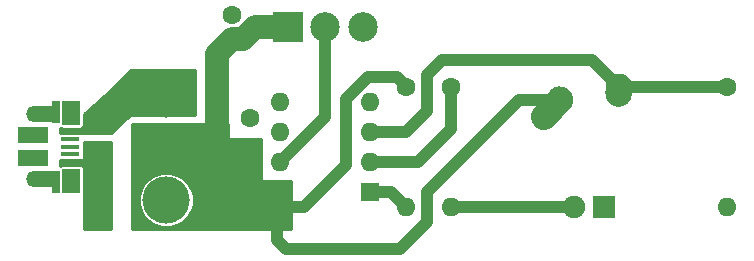
<source format=gbr>
G04 #@! TF.GenerationSoftware,KiCad,Pcbnew,(5.1.8-0-10_14)*
G04 #@! TF.CreationDate,2020-12-18T18:08:01+11:00*
G04 #@! TF.ProjectId,WS2812B_Controller_Board,57533238-3132-4425-9f43-6f6e74726f6c,rev?*
G04 #@! TF.SameCoordinates,Original*
G04 #@! TF.FileFunction,Copper,L1,Top*
G04 #@! TF.FilePolarity,Positive*
%FSLAX46Y46*%
G04 Gerber Fmt 4.6, Leading zero omitted, Abs format (unit mm)*
G04 Created by KiCad (PCBNEW (5.1.8-0-10_14)) date 2020-12-18 18:08:01*
%MOMM*%
%LPD*%
G01*
G04 APERTURE LIST*
G04 #@! TA.AperFunction,ComponentPad*
%ADD10C,1.600000*%
G04 #@! TD*
G04 #@! TA.AperFunction,ComponentPad*
%ADD11O,1.600000X1.600000*%
G04 #@! TD*
G04 #@! TA.AperFunction,ComponentPad*
%ADD12R,1.600000X1.600000*%
G04 #@! TD*
G04 #@! TA.AperFunction,ComponentPad*
%ADD13C,4.000000*%
G04 #@! TD*
G04 #@! TA.AperFunction,ComponentPad*
%ADD14R,1.905000X1.905000*%
G04 #@! TD*
G04 #@! TA.AperFunction,ComponentPad*
%ADD15C,1.905000*%
G04 #@! TD*
G04 #@! TA.AperFunction,ComponentPad*
%ADD16C,2.250000*%
G04 #@! TD*
G04 #@! TA.AperFunction,ComponentPad*
%ADD17R,2.499360X2.499360*%
G04 #@! TD*
G04 #@! TA.AperFunction,ComponentPad*
%ADD18C,2.499360*%
G04 #@! TD*
G04 #@! TA.AperFunction,SMDPad,CuDef*
%ADD19R,2.500000X1.430000*%
G04 #@! TD*
G04 #@! TA.AperFunction,ComponentPad*
%ADD20O,1.700000X1.350000*%
G04 #@! TD*
G04 #@! TA.AperFunction,ComponentPad*
%ADD21O,1.500000X1.100000*%
G04 #@! TD*
G04 #@! TA.AperFunction,SMDPad,CuDef*
%ADD22R,1.650000X0.400000*%
G04 #@! TD*
G04 #@! TA.AperFunction,SMDPad,CuDef*
%ADD23R,1.500000X2.000000*%
G04 #@! TD*
G04 #@! TA.AperFunction,SMDPad,CuDef*
%ADD24R,0.700000X1.825000*%
G04 #@! TD*
G04 #@! TA.AperFunction,SMDPad,CuDef*
%ADD25R,2.000000X1.350000*%
G04 #@! TD*
G04 #@! TA.AperFunction,ViaPad*
%ADD26C,1.200000*%
G04 #@! TD*
G04 #@! TA.AperFunction,Conductor*
%ADD27C,2.000000*%
G04 #@! TD*
G04 #@! TA.AperFunction,Conductor*
%ADD28C,1.000000*%
G04 #@! TD*
G04 #@! TA.AperFunction,Conductor*
%ADD29C,0.254000*%
G04 #@! TD*
G04 #@! TA.AperFunction,Conductor*
%ADD30C,0.100000*%
G04 #@! TD*
G04 APERTURE END LIST*
D10*
X171450000Y-90170000D03*
D11*
X171450000Y-100330000D03*
X148082000Y-100330000D03*
D10*
X148082000Y-90170000D03*
D12*
X141224000Y-99060000D03*
D11*
X133604000Y-91440000D03*
X141224000Y-96520000D03*
X133604000Y-93980000D03*
X141224000Y-93980000D03*
X133604000Y-96520000D03*
X141224000Y-91440000D03*
X133604000Y-99060000D03*
D13*
X123952000Y-99750000D03*
X123952000Y-95250000D03*
X123952000Y-90750000D03*
D11*
X144272000Y-100330000D03*
D10*
X144272000Y-90170000D03*
D14*
X161036000Y-100330000D03*
D15*
X158496000Y-100330000D03*
D16*
X157266000Y-91250000D03*
G04 #@! TA.AperFunction,ComponentPad*
G36*
G01*
X155204688Y-93547350D02*
X155204683Y-93547345D01*
G75*
G02*
X155118655Y-91958683I751317J837345D01*
G01*
X156428657Y-90498683D01*
G75*
G02*
X158017319Y-90412655I837345J-751317D01*
G01*
X158017319Y-90412655D01*
G75*
G02*
X158103347Y-92001317I-751317J-837345D01*
G01*
X156793345Y-93461317D01*
G75*
G02*
X155204683Y-93547345I-837345J751317D01*
G01*
G37*
G04 #@! TD.AperFunction*
X162306000Y-90170000D03*
G04 #@! TA.AperFunction,ComponentPad*
G36*
G01*
X162189483Y-91872395D02*
X162188597Y-91872334D01*
G75*
G02*
X161143666Y-90672597I77403J1122334D01*
G01*
X161183666Y-90092597D01*
G75*
G02*
X162383403Y-89047666I1122334J-77403D01*
G01*
X162383403Y-89047666D01*
G75*
G02*
X163428334Y-90247403I-77403J-1122334D01*
G01*
X163388334Y-90827403D01*
G75*
G02*
X162188597Y-91872334I-1122334J77403D01*
G01*
G37*
G04 #@! TD.AperFunction*
D17*
X134239000Y-85090000D03*
D18*
X137414000Y-85090000D03*
X140589000Y-85090000D03*
D19*
X112661000Y-96185000D03*
X112661000Y-94265000D03*
D20*
X112931000Y-97955000D03*
X112931000Y-92495000D03*
D21*
X115931000Y-97645000D03*
X115931000Y-92805000D03*
D22*
X115811000Y-96525000D03*
X115811000Y-95875000D03*
X115811000Y-95225000D03*
X115811000Y-94575000D03*
X115811000Y-93925000D03*
D23*
X115931000Y-98125000D03*
X115911000Y-92375000D03*
D24*
X114611000Y-98225000D03*
X114611000Y-92275000D03*
D25*
X113861000Y-92495000D03*
X113861000Y-97975000D03*
D10*
X129540000Y-84106000D03*
X129540000Y-86106000D03*
X131064000Y-92790000D03*
X131064000Y-97790000D03*
D26*
X118110000Y-95758000D03*
X118110000Y-101346000D03*
X118110000Y-98552000D03*
D27*
X131516002Y-85090000D02*
X130500001Y-86106001D01*
X134239000Y-85090000D02*
X131516002Y-85090000D01*
X130500001Y-86106001D02*
X129540001Y-86106001D01*
X129540001Y-86106001D02*
X128270000Y-87376002D01*
X128270000Y-87376002D02*
X128270000Y-93472000D01*
D28*
X135636000Y-100330000D02*
X134112000Y-100330000D01*
X139192000Y-91186000D02*
X139192000Y-96774000D01*
X141007999Y-89370001D02*
X139192000Y-91186000D01*
X143472001Y-89370001D02*
X141007999Y-89370001D01*
X139192000Y-96774000D02*
X135636000Y-100330000D01*
X144272000Y-90170000D02*
X143472001Y-89370001D01*
X133350000Y-103124000D02*
X133350000Y-101346000D01*
X143764000Y-103886000D02*
X134112000Y-103886000D01*
X146050000Y-99060000D02*
X146050000Y-101600000D01*
X146050000Y-101600000D02*
X143764000Y-103886000D01*
X134112000Y-103886000D02*
X133350000Y-103124000D01*
X153860000Y-91250000D02*
X146050000Y-99060000D01*
X157266000Y-91250000D02*
X153860000Y-91250000D01*
X137414000Y-92710000D02*
X137414000Y-85090000D01*
X133604000Y-96520000D02*
X137414000Y-92710000D01*
X148082000Y-100330000D02*
X158496000Y-100330000D01*
X171450000Y-90170000D02*
X162306000Y-90170000D01*
X161181001Y-89045001D02*
X162306000Y-90170000D01*
X160020000Y-87884000D02*
X161181001Y-89045001D01*
X141224000Y-93980000D02*
X144272000Y-93980000D01*
X146050000Y-89154000D02*
X147320000Y-87884000D01*
X144272000Y-93980000D02*
X146050000Y-92202000D01*
X147320000Y-87884000D02*
X160020000Y-87884000D01*
X146050000Y-92202000D02*
X146050000Y-89154000D01*
X141224000Y-99060000D02*
X143002000Y-99060000D01*
X143002000Y-99060000D02*
X144272000Y-100330000D01*
X148082000Y-93726000D02*
X148082000Y-90170000D01*
X145288000Y-96520000D02*
X148082000Y-93726000D01*
X141224000Y-96520000D02*
X145288000Y-96520000D01*
D29*
X126365000Y-92583000D02*
X120904000Y-92583000D01*
X120879224Y-92585440D01*
X120855399Y-92592667D01*
X120833443Y-92604403D01*
X120814197Y-92620197D01*
X119327394Y-94107000D01*
X116824894Y-94107000D01*
X116818550Y-94101794D01*
X116761743Y-94071430D01*
X116700103Y-94052732D01*
X116636000Y-94046418D01*
X114986000Y-94046418D01*
X114935000Y-94051441D01*
X114935000Y-93612548D01*
X114978450Y-93648206D01*
X115035257Y-93678570D01*
X115096897Y-93697268D01*
X115161000Y-93703582D01*
X116661000Y-93703582D01*
X116725103Y-93697268D01*
X116786743Y-93678570D01*
X116843550Y-93648206D01*
X116893343Y-93607343D01*
X116934206Y-93557550D01*
X116935911Y-93554360D01*
X116945597Y-93542557D01*
X116957333Y-93520601D01*
X116961765Y-93505992D01*
X116964570Y-93500743D01*
X116983268Y-93439103D01*
X116989582Y-93375000D01*
X116989582Y-92995805D01*
X116995310Y-92976922D01*
X117012243Y-92805000D01*
X116995310Y-92633078D01*
X116989582Y-92614195D01*
X116989582Y-92492237D01*
X119464959Y-90264398D01*
X119469803Y-90259803D01*
X120956606Y-88773000D01*
X126365000Y-88773000D01*
X126365000Y-92583000D01*
G04 #@! TA.AperFunction,Conductor*
D30*
G36*
X126365000Y-92583000D02*
G01*
X120904000Y-92583000D01*
X120879224Y-92585440D01*
X120855399Y-92592667D01*
X120833443Y-92604403D01*
X120814197Y-92620197D01*
X119327394Y-94107000D01*
X116824894Y-94107000D01*
X116818550Y-94101794D01*
X116761743Y-94071430D01*
X116700103Y-94052732D01*
X116636000Y-94046418D01*
X114986000Y-94046418D01*
X114935000Y-94051441D01*
X114935000Y-93612548D01*
X114978450Y-93648206D01*
X115035257Y-93678570D01*
X115096897Y-93697268D01*
X115161000Y-93703582D01*
X116661000Y-93703582D01*
X116725103Y-93697268D01*
X116786743Y-93678570D01*
X116843550Y-93648206D01*
X116893343Y-93607343D01*
X116934206Y-93557550D01*
X116935911Y-93554360D01*
X116945597Y-93542557D01*
X116957333Y-93520601D01*
X116961765Y-93505992D01*
X116964570Y-93500743D01*
X116983268Y-93439103D01*
X116989582Y-93375000D01*
X116989582Y-92995805D01*
X116995310Y-92976922D01*
X117012243Y-92805000D01*
X116995310Y-92633078D01*
X116989582Y-92614195D01*
X116989582Y-92492237D01*
X119464959Y-90264398D01*
X119469803Y-90259803D01*
X120956606Y-88773000D01*
X126365000Y-88773000D01*
X126365000Y-92583000D01*
G37*
G04 #@! TD.AperFunction*
D29*
X129159000Y-94488000D02*
X129161440Y-94512776D01*
X129168667Y-94536601D01*
X129180403Y-94558557D01*
X129196197Y-94577803D01*
X129215443Y-94593597D01*
X129237399Y-94605333D01*
X129261224Y-94612560D01*
X129286000Y-94615000D01*
X131953000Y-94615000D01*
X131953000Y-98044000D01*
X131955440Y-98068776D01*
X131962667Y-98092601D01*
X131974403Y-98114557D01*
X131990197Y-98133803D01*
X132009443Y-98149597D01*
X132031399Y-98161333D01*
X132055224Y-98168560D01*
X132080000Y-98171000D01*
X134493000Y-98171000D01*
X134493000Y-102235000D01*
X121031000Y-102235000D01*
X121031000Y-99520811D01*
X121625000Y-99520811D01*
X121625000Y-99979189D01*
X121714426Y-100428761D01*
X121889840Y-100852248D01*
X122144501Y-101233376D01*
X122468624Y-101557499D01*
X122849752Y-101812160D01*
X123273239Y-101987574D01*
X123722811Y-102077000D01*
X124181189Y-102077000D01*
X124630761Y-101987574D01*
X125054248Y-101812160D01*
X125435376Y-101557499D01*
X125759499Y-101233376D01*
X126014160Y-100852248D01*
X126189574Y-100428761D01*
X126279000Y-99979189D01*
X126279000Y-99520811D01*
X126189574Y-99071239D01*
X126014160Y-98647752D01*
X125759499Y-98266624D01*
X125435376Y-97942501D01*
X125054248Y-97687840D01*
X124630761Y-97512426D01*
X124181189Y-97423000D01*
X123722811Y-97423000D01*
X123273239Y-97512426D01*
X122849752Y-97687840D01*
X122468624Y-97942501D01*
X122144501Y-98266624D01*
X121889840Y-98647752D01*
X121714426Y-99071239D01*
X121625000Y-99520811D01*
X121031000Y-99520811D01*
X121031000Y-93345000D01*
X129159000Y-93345000D01*
X129159000Y-94488000D01*
G04 #@! TA.AperFunction,Conductor*
D30*
G36*
X129159000Y-94488000D02*
G01*
X129161440Y-94512776D01*
X129168667Y-94536601D01*
X129180403Y-94558557D01*
X129196197Y-94577803D01*
X129215443Y-94593597D01*
X129237399Y-94605333D01*
X129261224Y-94612560D01*
X129286000Y-94615000D01*
X131953000Y-94615000D01*
X131953000Y-98044000D01*
X131955440Y-98068776D01*
X131962667Y-98092601D01*
X131974403Y-98114557D01*
X131990197Y-98133803D01*
X132009443Y-98149597D01*
X132031399Y-98161333D01*
X132055224Y-98168560D01*
X132080000Y-98171000D01*
X134493000Y-98171000D01*
X134493000Y-102235000D01*
X121031000Y-102235000D01*
X121031000Y-99520811D01*
X121625000Y-99520811D01*
X121625000Y-99979189D01*
X121714426Y-100428761D01*
X121889840Y-100852248D01*
X122144501Y-101233376D01*
X122468624Y-101557499D01*
X122849752Y-101812160D01*
X123273239Y-101987574D01*
X123722811Y-102077000D01*
X124181189Y-102077000D01*
X124630761Y-101987574D01*
X125054248Y-101812160D01*
X125435376Y-101557499D01*
X125759499Y-101233376D01*
X126014160Y-100852248D01*
X126189574Y-100428761D01*
X126279000Y-99979189D01*
X126279000Y-99520811D01*
X126189574Y-99071239D01*
X126014160Y-98647752D01*
X125759499Y-98266624D01*
X125435376Y-97942501D01*
X125054248Y-97687840D01*
X124630761Y-97512426D01*
X124181189Y-97423000D01*
X123722811Y-97423000D01*
X123273239Y-97512426D01*
X122849752Y-97687840D01*
X122468624Y-97942501D01*
X122144501Y-98266624D01*
X121889840Y-98647752D01*
X121714426Y-99071239D01*
X121625000Y-99520811D01*
X121031000Y-99520811D01*
X121031000Y-93345000D01*
X129159000Y-93345000D01*
X129159000Y-94488000D01*
G37*
G04 #@! TD.AperFunction*
D29*
X119253000Y-102235000D02*
X116967000Y-102235000D01*
X116967000Y-99283614D01*
X116984570Y-99250743D01*
X117003268Y-99189103D01*
X117009582Y-99125000D01*
X117009582Y-97672017D01*
X117012243Y-97645000D01*
X117009582Y-97617983D01*
X117009582Y-97125000D01*
X117003268Y-97060897D01*
X116984570Y-96999257D01*
X116954206Y-96942450D01*
X116913343Y-96892657D01*
X116863550Y-96851794D01*
X116806743Y-96821430D01*
X116745103Y-96802732D01*
X116681000Y-96796418D01*
X116354770Y-96796418D01*
X116302922Y-96780690D01*
X116174079Y-96768000D01*
X115687921Y-96768000D01*
X115559078Y-96780690D01*
X115507230Y-96796418D01*
X115181000Y-96796418D01*
X115116897Y-96802732D01*
X115055257Y-96821430D01*
X114998450Y-96851794D01*
X114948657Y-96892657D01*
X114941810Y-96901000D01*
X114935000Y-96901000D01*
X114935000Y-96398559D01*
X114986000Y-96403582D01*
X116636000Y-96403582D01*
X116700103Y-96397268D01*
X116714173Y-96393000D01*
X116840000Y-96393000D01*
X116864776Y-96390560D01*
X116888601Y-96383333D01*
X116910557Y-96371597D01*
X116929803Y-96355803D01*
X116945597Y-96336557D01*
X116957333Y-96314601D01*
X116964560Y-96290776D01*
X116967000Y-96266000D01*
X116967000Y-94869000D01*
X119253000Y-94869000D01*
X119253000Y-102235000D01*
G04 #@! TA.AperFunction,Conductor*
D30*
G36*
X119253000Y-102235000D02*
G01*
X116967000Y-102235000D01*
X116967000Y-99283614D01*
X116984570Y-99250743D01*
X117003268Y-99189103D01*
X117009582Y-99125000D01*
X117009582Y-97672017D01*
X117012243Y-97645000D01*
X117009582Y-97617983D01*
X117009582Y-97125000D01*
X117003268Y-97060897D01*
X116984570Y-96999257D01*
X116954206Y-96942450D01*
X116913343Y-96892657D01*
X116863550Y-96851794D01*
X116806743Y-96821430D01*
X116745103Y-96802732D01*
X116681000Y-96796418D01*
X116354770Y-96796418D01*
X116302922Y-96780690D01*
X116174079Y-96768000D01*
X115687921Y-96768000D01*
X115559078Y-96780690D01*
X115507230Y-96796418D01*
X115181000Y-96796418D01*
X115116897Y-96802732D01*
X115055257Y-96821430D01*
X114998450Y-96851794D01*
X114948657Y-96892657D01*
X114941810Y-96901000D01*
X114935000Y-96901000D01*
X114935000Y-96398559D01*
X114986000Y-96403582D01*
X116636000Y-96403582D01*
X116700103Y-96397268D01*
X116714173Y-96393000D01*
X116840000Y-96393000D01*
X116864776Y-96390560D01*
X116888601Y-96383333D01*
X116910557Y-96371597D01*
X116929803Y-96355803D01*
X116945597Y-96336557D01*
X116957333Y-96314601D01*
X116964560Y-96290776D01*
X116967000Y-96266000D01*
X116967000Y-94869000D01*
X119253000Y-94869000D01*
X119253000Y-102235000D01*
G37*
G04 #@! TD.AperFunction*
M02*

</source>
